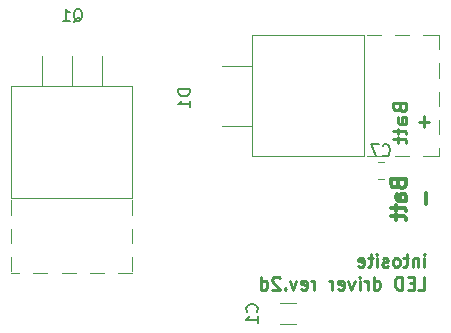
<source format=gbr>
%TF.GenerationSoftware,KiCad,Pcbnew,(5.1.9)-1*%
%TF.CreationDate,2021-04-21T23:55:58+08:00*%
%TF.ProjectId,xhp70-driver,78687037-302d-4647-9269-7665722e6b69,rev?*%
%TF.SameCoordinates,Original*%
%TF.FileFunction,Legend,Bot*%
%TF.FilePolarity,Positive*%
%FSLAX46Y46*%
G04 Gerber Fmt 4.6, Leading zero omitted, Abs format (unit mm)*
G04 Created by KiCad (PCBNEW (5.1.9)-1) date 2021-04-21 23:55:58*
%MOMM*%
%LPD*%
G01*
G04 APERTURE LIST*
%ADD10C,0.275000*%
%ADD11C,0.312500*%
%ADD12C,0.120000*%
%ADD13C,0.150000*%
G04 APERTURE END LIST*
D10*
X153309345Y-71035119D02*
X153309345Y-70301785D01*
X153309345Y-69935119D02*
X153361726Y-69987500D01*
X153309345Y-70039880D01*
X153256964Y-69987500D01*
X153309345Y-69935119D01*
X153309345Y-70039880D01*
X152785535Y-70301785D02*
X152785535Y-71035119D01*
X152785535Y-70406547D02*
X152733154Y-70354166D01*
X152628392Y-70301785D01*
X152471250Y-70301785D01*
X152366488Y-70354166D01*
X152314107Y-70458928D01*
X152314107Y-71035119D01*
X151947440Y-70301785D02*
X151528392Y-70301785D01*
X151790297Y-69935119D02*
X151790297Y-70877976D01*
X151737916Y-70982738D01*
X151633154Y-71035119D01*
X151528392Y-71035119D01*
X151004583Y-71035119D02*
X151109345Y-70982738D01*
X151161726Y-70930357D01*
X151214107Y-70825595D01*
X151214107Y-70511309D01*
X151161726Y-70406547D01*
X151109345Y-70354166D01*
X151004583Y-70301785D01*
X150847440Y-70301785D01*
X150742678Y-70354166D01*
X150690297Y-70406547D01*
X150637916Y-70511309D01*
X150637916Y-70825595D01*
X150690297Y-70930357D01*
X150742678Y-70982738D01*
X150847440Y-71035119D01*
X151004583Y-71035119D01*
X150218869Y-70982738D02*
X150114107Y-71035119D01*
X149904583Y-71035119D01*
X149799821Y-70982738D01*
X149747440Y-70877976D01*
X149747440Y-70825595D01*
X149799821Y-70720833D01*
X149904583Y-70668452D01*
X150061726Y-70668452D01*
X150166488Y-70616071D01*
X150218869Y-70511309D01*
X150218869Y-70458928D01*
X150166488Y-70354166D01*
X150061726Y-70301785D01*
X149904583Y-70301785D01*
X149799821Y-70354166D01*
X149276011Y-71035119D02*
X149276011Y-70301785D01*
X149276011Y-69935119D02*
X149328392Y-69987500D01*
X149276011Y-70039880D01*
X149223630Y-69987500D01*
X149276011Y-69935119D01*
X149276011Y-70039880D01*
X148909345Y-70301785D02*
X148490297Y-70301785D01*
X148752202Y-69935119D02*
X148752202Y-70877976D01*
X148699821Y-70982738D01*
X148595059Y-71035119D01*
X148490297Y-71035119D01*
X147704583Y-70982738D02*
X147809345Y-71035119D01*
X148018869Y-71035119D01*
X148123630Y-70982738D01*
X148176011Y-70877976D01*
X148176011Y-70458928D01*
X148123630Y-70354166D01*
X148018869Y-70301785D01*
X147809345Y-70301785D01*
X147704583Y-70354166D01*
X147652202Y-70458928D01*
X147652202Y-70563690D01*
X148176011Y-70668452D01*
X152785535Y-72960119D02*
X153309345Y-72960119D01*
X153309345Y-71860119D01*
X152418869Y-72383928D02*
X152052202Y-72383928D01*
X151895059Y-72960119D02*
X152418869Y-72960119D01*
X152418869Y-71860119D01*
X151895059Y-71860119D01*
X151423630Y-72960119D02*
X151423630Y-71860119D01*
X151161726Y-71860119D01*
X151004583Y-71912500D01*
X150899821Y-72017261D01*
X150847440Y-72122023D01*
X150795059Y-72331547D01*
X150795059Y-72488690D01*
X150847440Y-72698214D01*
X150899821Y-72802976D01*
X151004583Y-72907738D01*
X151161726Y-72960119D01*
X151423630Y-72960119D01*
X149014107Y-72960119D02*
X149014107Y-71860119D01*
X149014107Y-72907738D02*
X149118869Y-72960119D01*
X149328392Y-72960119D01*
X149433154Y-72907738D01*
X149485535Y-72855357D01*
X149537916Y-72750595D01*
X149537916Y-72436309D01*
X149485535Y-72331547D01*
X149433154Y-72279166D01*
X149328392Y-72226785D01*
X149118869Y-72226785D01*
X149014107Y-72279166D01*
X148490297Y-72960119D02*
X148490297Y-72226785D01*
X148490297Y-72436309D02*
X148437916Y-72331547D01*
X148385535Y-72279166D01*
X148280773Y-72226785D01*
X148176011Y-72226785D01*
X147809345Y-72960119D02*
X147809345Y-72226785D01*
X147809345Y-71860119D02*
X147861726Y-71912500D01*
X147809345Y-71964880D01*
X147756964Y-71912500D01*
X147809345Y-71860119D01*
X147809345Y-71964880D01*
X147390297Y-72226785D02*
X147128392Y-72960119D01*
X146866488Y-72226785D01*
X146028392Y-72907738D02*
X146133154Y-72960119D01*
X146342678Y-72960119D01*
X146447440Y-72907738D01*
X146499821Y-72802976D01*
X146499821Y-72383928D01*
X146447440Y-72279166D01*
X146342678Y-72226785D01*
X146133154Y-72226785D01*
X146028392Y-72279166D01*
X145976011Y-72383928D01*
X145976011Y-72488690D01*
X146499821Y-72593452D01*
X145504583Y-72960119D02*
X145504583Y-72226785D01*
X145504583Y-72436309D02*
X145452202Y-72331547D01*
X145399821Y-72279166D01*
X145295059Y-72226785D01*
X145190297Y-72226785D01*
X143985535Y-72960119D02*
X143985535Y-72226785D01*
X143985535Y-72436309D02*
X143933154Y-72331547D01*
X143880773Y-72279166D01*
X143776011Y-72226785D01*
X143671250Y-72226785D01*
X142885535Y-72907738D02*
X142990297Y-72960119D01*
X143199821Y-72960119D01*
X143304583Y-72907738D01*
X143356964Y-72802976D01*
X143356964Y-72383928D01*
X143304583Y-72279166D01*
X143199821Y-72226785D01*
X142990297Y-72226785D01*
X142885535Y-72279166D01*
X142833154Y-72383928D01*
X142833154Y-72488690D01*
X143356964Y-72593452D01*
X142466488Y-72226785D02*
X142204583Y-72960119D01*
X141942678Y-72226785D01*
X141523630Y-72855357D02*
X141471250Y-72907738D01*
X141523630Y-72960119D01*
X141576011Y-72907738D01*
X141523630Y-72855357D01*
X141523630Y-72960119D01*
X141052202Y-71964880D02*
X140999821Y-71912500D01*
X140895059Y-71860119D01*
X140633154Y-71860119D01*
X140528392Y-71912500D01*
X140476011Y-71964880D01*
X140423630Y-72069642D01*
X140423630Y-72174404D01*
X140476011Y-72331547D01*
X141104583Y-72960119D01*
X140423630Y-72960119D01*
X139480773Y-72960119D02*
X139480773Y-71860119D01*
X139480773Y-72907738D02*
X139585535Y-72960119D01*
X139795059Y-72960119D01*
X139899821Y-72907738D01*
X139952202Y-72855357D01*
X140004583Y-72750595D01*
X140004583Y-72436309D01*
X139952202Y-72331547D01*
X139899821Y-72279166D01*
X139795059Y-72226785D01*
X139585535Y-72226785D01*
X139480773Y-72279166D01*
D11*
X151066964Y-64059523D02*
X151126488Y-64238095D01*
X151186011Y-64297619D01*
X151305059Y-64357142D01*
X151483630Y-64357142D01*
X151602678Y-64297619D01*
X151662202Y-64238095D01*
X151721726Y-64119047D01*
X151721726Y-63642857D01*
X150471726Y-63642857D01*
X150471726Y-64059523D01*
X150531250Y-64178571D01*
X150590773Y-64238095D01*
X150709821Y-64297619D01*
X150828869Y-64297619D01*
X150947916Y-64238095D01*
X151007440Y-64178571D01*
X151066964Y-64059523D01*
X151066964Y-63642857D01*
X151721726Y-65428571D02*
X151066964Y-65428571D01*
X150947916Y-65369047D01*
X150888392Y-65250000D01*
X150888392Y-65011904D01*
X150947916Y-64892857D01*
X151662202Y-65428571D02*
X151721726Y-65309523D01*
X151721726Y-65011904D01*
X151662202Y-64892857D01*
X151543154Y-64833333D01*
X151424107Y-64833333D01*
X151305059Y-64892857D01*
X151245535Y-65011904D01*
X151245535Y-65309523D01*
X151186011Y-65428571D01*
X150888392Y-65845238D02*
X150888392Y-66321428D01*
X150471726Y-66023809D02*
X151543154Y-66023809D01*
X151662202Y-66083333D01*
X151721726Y-66202380D01*
X151721726Y-66321428D01*
X150888392Y-66559523D02*
X150888392Y-67035714D01*
X150471726Y-66738095D02*
X151543154Y-66738095D01*
X151662202Y-66797619D01*
X151721726Y-66916666D01*
X151721726Y-67035714D01*
X153433035Y-64773809D02*
X153433035Y-65726190D01*
D10*
X151208928Y-57559523D02*
X151261309Y-57738095D01*
X151313690Y-57797619D01*
X151418452Y-57857142D01*
X151575595Y-57857142D01*
X151680357Y-57797619D01*
X151732738Y-57738095D01*
X151785119Y-57619047D01*
X151785119Y-57142857D01*
X150685119Y-57142857D01*
X150685119Y-57559523D01*
X150737500Y-57678571D01*
X150789880Y-57738095D01*
X150894642Y-57797619D01*
X150999404Y-57797619D01*
X151104166Y-57738095D01*
X151156547Y-57678571D01*
X151208928Y-57559523D01*
X151208928Y-57142857D01*
X151785119Y-58928571D02*
X151208928Y-58928571D01*
X151104166Y-58869047D01*
X151051785Y-58750000D01*
X151051785Y-58511904D01*
X151104166Y-58392857D01*
X151732738Y-58928571D02*
X151785119Y-58809523D01*
X151785119Y-58511904D01*
X151732738Y-58392857D01*
X151627976Y-58333333D01*
X151523214Y-58333333D01*
X151418452Y-58392857D01*
X151366071Y-58511904D01*
X151366071Y-58809523D01*
X151313690Y-58928571D01*
X151051785Y-59345238D02*
X151051785Y-59821428D01*
X150685119Y-59523809D02*
X151627976Y-59523809D01*
X151732738Y-59583333D01*
X151785119Y-59702380D01*
X151785119Y-59821428D01*
X151051785Y-60059523D02*
X151051785Y-60535714D01*
X150685119Y-60238095D02*
X151627976Y-60238095D01*
X151732738Y-60297619D01*
X151785119Y-60416666D01*
X151785119Y-60535714D01*
X153291071Y-58273809D02*
X153291071Y-59226190D01*
X153710119Y-58750000D02*
X152872023Y-58750000D01*
D12*
%TO.C,C7*%
X149861252Y-63635000D02*
X149338748Y-63635000D01*
X149861252Y-62165000D02*
X149338748Y-62165000D01*
%TO.C,Q1*%
X128580000Y-55690000D02*
X118340000Y-55690000D01*
X128580000Y-65180000D02*
X118340000Y-65180000D01*
X128580000Y-55690000D02*
X128580000Y-65180000D01*
X118340000Y-55690000D02*
X118340000Y-65180000D01*
X128580000Y-71580000D02*
X127380000Y-71580000D01*
X126181000Y-71580000D02*
X124980000Y-71580000D01*
X123780000Y-71580000D02*
X122580000Y-71580000D01*
X121380000Y-71580000D02*
X120180000Y-71580000D01*
X118980000Y-71580000D02*
X118340000Y-71580000D01*
X128580000Y-65420000D02*
X128580000Y-66620000D01*
X128580000Y-67820000D02*
X128580000Y-69020000D01*
X128580000Y-70220000D02*
X128580000Y-71420000D01*
X118340000Y-65420000D02*
X118340000Y-66620000D01*
X118340000Y-67820000D02*
X118340000Y-69020000D01*
X118340000Y-70220000D02*
X118340000Y-71420000D01*
X126000000Y-53150000D02*
X126000000Y-55690000D01*
X123460000Y-53150000D02*
X123460000Y-55690000D01*
X120920000Y-53150000D02*
X120920000Y-55690000D01*
%TO.C,D1*%
X138690000Y-51420000D02*
X138690000Y-61660000D01*
X148180000Y-51420000D02*
X148180000Y-61660000D01*
X138690000Y-51420000D02*
X148180000Y-51420000D01*
X138690000Y-61660000D02*
X148180000Y-61660000D01*
X154580000Y-51420000D02*
X154580000Y-52620000D01*
X154580000Y-53819000D02*
X154580000Y-55020000D01*
X154580000Y-56220000D02*
X154580000Y-57420000D01*
X154580000Y-58620000D02*
X154580000Y-59820000D01*
X154580000Y-61020000D02*
X154580000Y-61660000D01*
X148420000Y-51420000D02*
X149620000Y-51420000D01*
X150820000Y-51420000D02*
X152020000Y-51420000D01*
X153220000Y-51420000D02*
X154420000Y-51420000D01*
X148420000Y-61660000D02*
X149620000Y-61660000D01*
X150820000Y-61660000D02*
X152020000Y-61660000D01*
X153220000Y-61660000D02*
X154420000Y-61660000D01*
X136150000Y-54000000D02*
X138690000Y-54000000D01*
X136165000Y-59080000D02*
X138690000Y-59080000D01*
%TO.C,C1*%
X141038748Y-74090000D02*
X142461252Y-74090000D01*
X141038748Y-75910000D02*
X142461252Y-75910000D01*
%TO.C,C7*%
D13*
X149766666Y-61577142D02*
X149814285Y-61624761D01*
X149957142Y-61672380D01*
X150052380Y-61672380D01*
X150195238Y-61624761D01*
X150290476Y-61529523D01*
X150338095Y-61434285D01*
X150385714Y-61243809D01*
X150385714Y-61100952D01*
X150338095Y-60910476D01*
X150290476Y-60815238D01*
X150195238Y-60720000D01*
X150052380Y-60672380D01*
X149957142Y-60672380D01*
X149814285Y-60720000D01*
X149766666Y-60767619D01*
X149433333Y-60672380D02*
X148766666Y-60672380D01*
X149195238Y-61672380D01*
%TO.C,Q1*%
X123595238Y-50297619D02*
X123690476Y-50250000D01*
X123785714Y-50154761D01*
X123928571Y-50011904D01*
X124023809Y-49964285D01*
X124119047Y-49964285D01*
X124071428Y-50202380D02*
X124166666Y-50154761D01*
X124261904Y-50059523D01*
X124309523Y-49869047D01*
X124309523Y-49535714D01*
X124261904Y-49345238D01*
X124166666Y-49250000D01*
X124071428Y-49202380D01*
X123880952Y-49202380D01*
X123785714Y-49250000D01*
X123690476Y-49345238D01*
X123642857Y-49535714D01*
X123642857Y-49869047D01*
X123690476Y-50059523D01*
X123785714Y-50154761D01*
X123880952Y-50202380D01*
X124071428Y-50202380D01*
X122690476Y-50202380D02*
X123261904Y-50202380D01*
X122976190Y-50202380D02*
X122976190Y-49202380D01*
X123071428Y-49345238D01*
X123166666Y-49440476D01*
X123261904Y-49488095D01*
%TO.C,D1*%
X133452380Y-56011904D02*
X132452380Y-56011904D01*
X132452380Y-56250000D01*
X132500000Y-56392857D01*
X132595238Y-56488095D01*
X132690476Y-56535714D01*
X132880952Y-56583333D01*
X133023809Y-56583333D01*
X133214285Y-56535714D01*
X133309523Y-56488095D01*
X133404761Y-56392857D01*
X133452380Y-56250000D01*
X133452380Y-56011904D01*
X133452380Y-57535714D02*
X133452380Y-56964285D01*
X133452380Y-57250000D02*
X132452380Y-57250000D01*
X132595238Y-57154761D01*
X132690476Y-57059523D01*
X132738095Y-56964285D01*
%TO.C,C1*%
X139107142Y-74833333D02*
X139154761Y-74785714D01*
X139202380Y-74642857D01*
X139202380Y-74547619D01*
X139154761Y-74404761D01*
X139059523Y-74309523D01*
X138964285Y-74261904D01*
X138773809Y-74214285D01*
X138630952Y-74214285D01*
X138440476Y-74261904D01*
X138345238Y-74309523D01*
X138250000Y-74404761D01*
X138202380Y-74547619D01*
X138202380Y-74642857D01*
X138250000Y-74785714D01*
X138297619Y-74833333D01*
X139202380Y-75785714D02*
X139202380Y-75214285D01*
X139202380Y-75500000D02*
X138202380Y-75500000D01*
X138345238Y-75404761D01*
X138440476Y-75309523D01*
X138488095Y-75214285D01*
%TD*%
M02*

</source>
